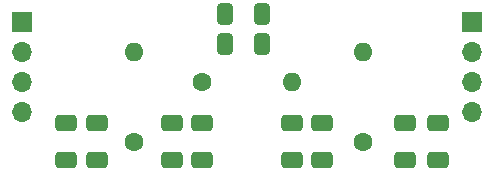
<source format=gts>
G04 #@! TF.GenerationSoftware,KiCad,Pcbnew,7.0.2*
G04 #@! TF.CreationDate,2023-08-02T20:41:48-05:00*
G04 #@! TF.ProjectId,Session6,53657373-696f-46e3-962e-6b696361645f,rev?*
G04 #@! TF.SameCoordinates,Original*
G04 #@! TF.FileFunction,Soldermask,Top*
G04 #@! TF.FilePolarity,Negative*
%FSLAX46Y46*%
G04 Gerber Fmt 4.6, Leading zero omitted, Abs format (unit mm)*
G04 Created by KiCad (PCBNEW 7.0.2) date 2023-08-02 20:41:48*
%MOMM*%
%LPD*%
G01*
G04 APERTURE LIST*
G04 Aperture macros list*
%AMRoundRect*
0 Rectangle with rounded corners*
0 $1 Rounding radius*
0 $2 $3 $4 $5 $6 $7 $8 $9 X,Y pos of 4 corners*
0 Add a 4 corners polygon primitive as box body*
4,1,4,$2,$3,$4,$5,$6,$7,$8,$9,$2,$3,0*
0 Add four circle primitives for the rounded corners*
1,1,$1+$1,$2,$3*
1,1,$1+$1,$4,$5*
1,1,$1+$1,$6,$7*
1,1,$1+$1,$8,$9*
0 Add four rect primitives between the rounded corners*
20,1,$1+$1,$2,$3,$4,$5,0*
20,1,$1+$1,$4,$5,$6,$7,0*
20,1,$1+$1,$6,$7,$8,$9,0*
20,1,$1+$1,$8,$9,$2,$3,0*%
G04 Aperture macros list end*
%ADD10C,1.600000*%
%ADD11O,1.600000X1.600000*%
%ADD12RoundRect,0.250000X-0.650000X0.412500X-0.650000X-0.412500X0.650000X-0.412500X0.650000X0.412500X0*%
%ADD13RoundRect,0.250000X-0.412500X-0.650000X0.412500X-0.650000X0.412500X0.650000X-0.412500X0.650000X0*%
%ADD14O,1.700000X1.700000*%
%ADD15R,1.700000X1.700000*%
G04 APERTURE END LIST*
D10*
X127977500Y-83820000D03*
D11*
X127977500Y-76200000D03*
D12*
X121920000Y-82257500D03*
X121920000Y-85382500D03*
X124460000Y-82257500D03*
X124460000Y-85382500D03*
D13*
X116255000Y-73025000D03*
X119380000Y-73025000D03*
X116255000Y-75565000D03*
X119380000Y-75565000D03*
D10*
X108585000Y-83820000D03*
D11*
X108585000Y-76200000D03*
D10*
X114300000Y-78740000D03*
D11*
X121920000Y-78740000D03*
D12*
X114300000Y-82257500D03*
X114300000Y-85382500D03*
X131495000Y-82257500D03*
X131495000Y-85382500D03*
X102820000Y-82257500D03*
X102820000Y-85382500D03*
X111760000Y-82257500D03*
X111760000Y-85382500D03*
X134327500Y-82257500D03*
X134327500Y-85382500D03*
X105410000Y-82257500D03*
X105410000Y-85382500D03*
D14*
X137160000Y-81280000D03*
X137160000Y-78740000D03*
X137160000Y-76200000D03*
D15*
X137160000Y-73660000D03*
D14*
X99060000Y-81280000D03*
X99060000Y-78740000D03*
X99060000Y-76200000D03*
D15*
X99060000Y-73660000D03*
M02*

</source>
